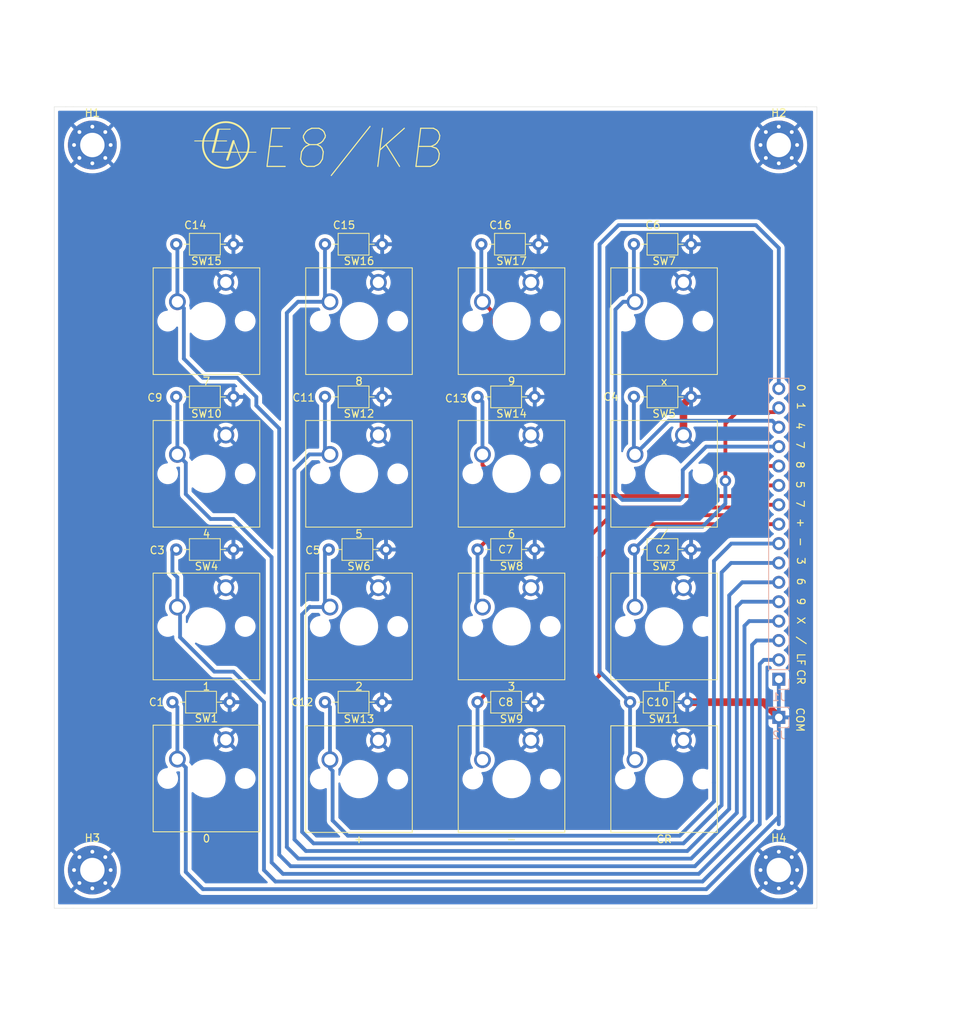
<source format=kicad_pcb>
(kicad_pcb (version 20211014) (generator pcbnew)
  (layers (0 "F.Cu" signal) (31 "B.Cu" signal) (34 "B.Paste" user) (35 "F.Paste" user) (36 "B.SilkS" user "B.Silkscreen") (37 "F.SilkS" user "F.Silkscreen") (38 "B.Mask" user) (39 "F.Mask" user) (44 "Edge.Cuts" user))
  (net 0 "")
  (net 1 "0")
  (net 2 "1")
  (net 3 "4")
  (net 4 "7")
  (net 5 "8")
  (net 6 "5")
  (net 7 "2")
  (net 8 "+")
  (net 9 "-")
  (net 10 "3")
  (net 11 "6")
  (net 12 "9")
  (net 13 "DIV")
  (net 14 "LF")
  (net 15 "CR")
  (net 16 "X")
  (net 17 "COM")
  (footprint "Button_Switch_Keyboard:SW_Cherry_MX_1.00u_PCB" (layer "F.Cu") (at 184 103)
    (fp_text reference "SW3" (at -2.54 -2.794) (layer "F.SilkS"))
    (fp_text value "LF" (at -2.54 12.954) (layer "F.SilkS"))
    (pad "" np_thru_hole circle locked (at -7.62 5.08) (size 1.7 1.7) (drill 1.7) (layers *.Cu *.Mask))
    (pad "" np_thru_hole circle locked (at -2.54 5.08) (size 4 4) (drill 4) (layers *.Cu *.Mask))
    (pad "" np_thru_hole circle locked (at 2.54 5.08) (size 1.7 1.7) (drill 1.7) (layers *.Cu *.Mask))
    (pad "1" thru_hole circle locked (at 0 0) (size 2.2 2.2) (drill 1.5) (layers *.Cu *.Mask) (net 17 "COM"))
    (pad "2" thru_hole circle locked (at -6.35 2.54) (size 2.2 2.2) (drill 1.5) (layers *.Cu *.Mask) (net 14 "LF"))
  )
  (footprint "Button_Switch_Keyboard:SW_Cherry_MX_1.00u_PCB" (layer "F.Cu") (at 124 103)
    (fp_text reference "SW4" (at -2.54 -2.794) (layer "F.SilkS"))
    (fp_text value "1" (at -2.54 12.954) (layer "F.SilkS"))
    (pad "" np_thru_hole circle locked (at -2.54 5.08) (size 4 4) (drill 4) (layers *.Cu *.Mask))
    (pad "" np_thru_hole circle locked (at 2.54 5.08) (size 1.7 1.7) (drill 1.7) (layers *.Cu *.Mask))
    (pad "" np_thru_hole circle locked (at -7.62 5.08) (size 1.7 1.7) (drill 1.7) (layers *.Cu *.Mask))
    (pad "1" thru_hole circle locked (at 0 0) (size 2.2 2.2) (drill 1.5) (layers *.Cu *.Mask) (net 17 "COM"))
    (pad "2" thru_hole circle locked (at -6.35 2.54) (size 2.2 2.2) (drill 1.5) (layers *.Cu *.Mask) (net 2 "1"))
  )
  (footprint "Button_Switch_Keyboard:SW_Cherry_MX_1.00u_PCB" (layer "F.Cu") (at 184 83)
    (fp_text reference "SW5" (at -2.54 -2.794) (layer "F.SilkS"))
    (fp_text value "/" (at -2.54 12.954) (layer "F.SilkS"))
    (pad "" np_thru_hole circle locked (at -2.54 5.08) (size 4 4) (drill 4) (layers *.Cu *.Mask))
    (pad "" np_thru_hole circle locked (at -7.62 5.08) (size 1.7 1.7) (drill 1.7) (layers *.Cu *.Mask))
    (pad "" np_thru_hole circle locked (at 2.54 5.08) (size 1.7 1.7) (drill 1.7) (layers *.Cu *.Mask))
    (pad "1" thru_hole circle locked (at 0 0) (size 2.2 2.2) (drill 1.5) (layers *.Cu *.Mask) (net 17 "COM"))
    (pad "2" thru_hole circle locked (at -6.35 2.54) (size 2.2 2.2) (drill 1.5) (layers *.Cu *.Mask) (net 13 "DIV"))
  )
  (footprint "Button_Switch_Keyboard:SW_Cherry_MX_1.00u_PCB" (layer "F.Cu") (at 144 103)
    (fp_text reference "SW6" (at -2.54 -2.794) (layer "F.SilkS"))
    (fp_text value "2" (at -2.54 12.954) (layer "F.SilkS"))
    (pad "" np_thru_hole circle locked (at 2.54 5.08) (size 1.7 1.7) (drill 1.7) (layers *.Cu *.Mask))
    (pad "" np_thru_hole circle locked (at -2.54 5.08) (size 4 4) (drill 4) (layers *.Cu *.Mask))
    (pad "" np_thru_hole circle locked (at -7.62 5.08) (size 1.7 1.7) (drill 1.7) (layers *.Cu *.Mask))
    (pad "1" thru_hole circle locked (at 0 0) (size 2.2 2.2) (drill 1.5) (layers *.Cu *.Mask) (net 17 "COM"))
    (pad "2" thru_hole circle locked (at -6.35 2.54) (size 2.2 2.2) (drill 1.5) (layers *.Cu *.Mask) (net 7 "2"))
  )
  (footprint "Button_Switch_Keyboard:SW_Cherry_MX_1.00u_PCB" (layer "F.Cu") (at 184 63)
    (fp_text reference "SW7" (at -2.54 -2.794) (layer "F.SilkS"))
    (fp_text value "x" (at -2.54 12.954) (layer "F.SilkS"))
    (pad "" np_thru_hole circle locked (at -2.54 5.08) (size 4 4) (drill 4) (layers *.Cu *.Mask))
    (pad "" np_thru_hole circle locked (at -7.62 5.08) (size 1.7 1.7) (drill 1.7) (layers *.Cu *.Mask))
    (pad "" np_thru_hole circle locked (at 2.54 5.08) (size 1.7 1.7) (drill 1.7) (layers *.Cu *.Mask))
    (pad "1" thru_hole circle locked (at 0 0) (size 2.2 2.2) (drill 1.5) (layers *.Cu *.Mask) (net 17 "COM"))
    (pad "2" thru_hole circle locked (at -6.35 2.54) (size 2.2 2.2) (drill 1.5) (layers *.Cu *.Mask) (net 16 "X"))
  )
  (footprint "Button_Switch_Keyboard:SW_Cherry_MX_1.00u_PCB" (layer "F.Cu") (at 164 103)
    (fp_text reference "SW8" (at -2.54 -2.794) (layer "F.SilkS"))
    (fp_text value "3" (at -2.54 12.954) (layer "F.SilkS"))
    (pad "" np_thru_hole circle locked (at -7.62 5.08) (size 1.7 1.7) (drill 1.7) (layers *.Cu *.Mask))
    (pad "" np_thru_hole circle locked (at 2.54 5.08) (size 1.7 1.7) (drill 1.7) (layers *.Cu *.Mask))
    (pad "" np_thru_hole circle locked (at -2.54 5.08) (size 4 4) (drill 4) (layers *.Cu *.Mask))
    (pad "1" thru_hole circle locked (at 0 0) (size 2.2 2.2) (drill 1.5) (layers *.Cu *.Mask) (net 17 "COM"))
    (pad "2" thru_hole circle locked (at -6.35 2.54) (size 2.2 2.2) (drill 1.5) (layers *.Cu *.Mask) (net 10 "3"))
  )
  (footprint "Button_Switch_Keyboard:SW_Cherry_MX_1.00u_PCB" (layer "F.Cu") (at 164 123)
    (fp_text reference "SW9" (at -2.54 -2.794) (layer "F.SilkS"))
    (fp_text value "-" (at -2.54 12.954) (layer "F.SilkS"))
    (pad "" np_thru_hole circle locked (at 2.54 5.08) (size 1.7 1.7) (drill 1.7) (layers *.Cu *.Mask))
    (pad "" np_thru_hole circle locked (at -2.54 5.08) (size 4 4) (drill 4) (layers *.Cu *.Mask))
    (pad "" np_thru_hole circle locked (at -7.62 5.08) (size 1.7 1.7) (drill 1.7) (layers *.Cu *.Mask))
    (pad "1" thru_hole circle locked (at 0 0) (size 2.2 2.2) (drill 1.5) (layers *.Cu *.Mask) (net 17 "COM"))
    (pad "2" thru_hole circle locked (at -6.35 2.54) (size 2.2 2.2) (drill 1.5) (layers *.Cu *.Mask) (net 9 "-"))
  )
  (footprint "Button_Switch_Keyboard:SW_Cherry_MX_1.00u_PCB" (layer "F.Cu") (at 124 83)
    (fp_text reference "SW10" (at -2.54 -2.794) (layer "F.SilkS"))
    (fp_text value "4" (at -2.54 12.954) (layer "F.SilkS"))
    (pad "" np_thru_hole circle locked (at -7.62 5.08) (size 1.7 1.7) (drill 1.7) (layers *.Cu *.Mask))
    (pad "" np_thru_hole circle locked (at 2.54 5.08) (size 1.7 1.7) (drill 1.7) (layers *.Cu *.Mask))
    (pad "" np_thru_hole circle locked (at -2.54 5.08) (size 4 4) (drill 4) (layers *.Cu *.Mask))
    (pad "1" thru_hole circle locked (at 0 0) (size 2.2 2.2) (drill 1.5) (layers *.Cu *.Mask) (net 17 "COM"))
    (pad "2" thru_hole circle locked (at -6.35 2.54) (size 2.2 2.2) (drill 1.5) (layers *.Cu *.Mask) (net 3 "4"))
  )
  (footprint "Button_Switch_Keyboard:SW_Cherry_MX_1.00u_PCB" (layer "F.Cu") (at 184 123)
    (fp_text reference "SW11" (at -2.54 -2.794) (layer "F.SilkS"))
    (fp_text value "CR" (at -2.54 12.954) (layer "F.SilkS"))
    (pad "" np_thru_hole circle locked (at 2.54 5.08) (size 1.7 1.7) (drill 1.7) (layers *.Cu *.Mask))
    (pad "" np_thru_hole circle locked (at -2.54 5.08) (size 4 4) (drill 4) (layers *.Cu *.Mask))
    (pad "" np_thru_hole circle locked (at -7.62 5.08) (size 1.7 1.7) (drill 1.7) (layers *.Cu *.Mask))
    (pad "1" thru_hole circle locked (at 0 0) (size 2.2 2.2) (drill 1.5) (layers *.Cu *.Mask) (net 17 "COM"))
    (pad "2" thru_hole circle locked (at -6.35 2.54) (size 2.2 2.2) (drill 1.5) (layers *.Cu *.Mask) (net 15 "CR"))
  )
  (footprint "Button_Switch_Keyboard:SW_Cherry_MX_1.00u_PCB" (layer "F.Cu") (at 144 83)
    (fp_text reference "SW12" (at -2.54 -2.794) (layer "F.SilkS"))
    (fp_text value "5" (at -2.54 12.954) (layer "F.SilkS"))
    (pad "" np_thru_hole circle locked (at -2.54 5.08) (size 4 4) (drill 4) (layers *.Cu *.Mask))
    (pad "" np_thru_hole circle locked (at 2.54 5.08) (size 1.7 1.7) (drill 1.7) (layers *.Cu *.Mask))
    (pad "" np_thru_hole circle locked (at -7.62 5.08) (size 1.7 1.7) (drill 1.7) (layers *.Cu *.Mask))
    (pad "1" thru_hole circle locked (at 0 0) (size 2.2 2.2) (drill 1.5) (layers *.Cu *.Mask) (net 17 "COM"))
    (pad "2" thru_hole circle locked (at -6.35 2.54) (size 2.2 2.2) (drill 1.5) (layers *.Cu *.Mask) (net 6 "5"))
  )
  (footprint "Button_Switch_Keyboard:SW_Cherry_MX_1.00u_PCB" (layer "F.Cu") (at 144 123)
    (fp_text reference "SW13" (at -2.54 -2.794) (layer "F.SilkS"))
    (fp_text value "+" (at -2.54 12.954) (layer "F.SilkS"))
    (pad "" np_thru_hole circle locked (at 2.54 5.08) (size 1.7 1.7) (drill 1.7) (layers *.Cu *.Mask))
    (pad "" np_thru_hole circle locked (at -7.62 5.08) (size 1.7 1.7) (drill 1.7) (layers *.Cu *.Mask))
    (pad "" np_thru_hole circle locked (at -2.54 5.08) (size 4 4) (drill 4) (layers *.Cu *.Mask))
    (pad "1" thru_hole circle locked (at 0 0) (size 2.2 2.2) (drill 1.5) (layers *.Cu *.Mask) (net 17 "COM"))
    (pad "2" thru_hole circle locked (at -6.35 2.54) (size 2.2 2.2) (drill 1.5) (layers *.Cu *.Mask) (net 8 "+"))
  )
  (footprint "Button_Switch_Keyboard:SW_Cherry_MX_1.00u_PCB" (layer "F.Cu") (at 164 83)
    (fp_text reference "SW14" (at -2.54 -2.794) (layer "F.SilkS"))
    (fp_text value "6" (at -2.54 12.954) (layer "F.SilkS"))
    (pad "" np_thru_hole circle locked (at -7.62 5.08) (size 1.7 1.7) (drill 1.7) (layers *.Cu *.Mask))
    (pad "" np_thru_hole circle locked (at -2.54 5.08) (size 4 4) (drill 4) (layers *.Cu *.Mask))
    (pad "" np_thru_hole circle locked (at 2.54 5.08) (size 1.7 1.7) (drill 1.7) (layers *.Cu *.Mask))
    (pad "1" thru_hole circle locked (at 0 0) (size 2.2 2.2) (drill 1.5) (layers *.Cu *.Mask) (net 17 "COM"))
    (pad "2" thru_hole circle locked (at -6.35 2.54) (size 2.2 2.2) (drill 1.5) (layers *.Cu *.Mask) (net 11 "6"))
  )
  (footprint "Button_Switch_Keyboard:SW_Cherry_MX_1.00u_PCB" (layer "F.Cu") (at 124 63)
    (fp_text reference "SW15" (at -2.54 -2.794) (layer "F.SilkS"))
    (fp_text value "7" (at -2.54 12.954) (layer "F.SilkS"))
    (pad "" np_thru_hole circle locked (at 2.54 5.08) (size 1.7 1.7) (drill 1.7) (layers *.Cu *.Mask))
    (pad "" np_thru_hole circle locked (at -2.54 5.08) (size 4 4) (drill 4) (layers *.Cu *.Mask))
    (pad "" np_thru_hole circle locked (at -7.62 5.08) (size 1.7 1.7) (drill 1.7) (layers *.Cu *.Mask))
    (pad "1" thru_hole circle locked (at 0 0) (size 2.2 2.2) (drill 1.5) (layers *.Cu *.Mask) (net 17 "COM"))
    (pad "2" thru_hole circle locked (at -6.35 2.54) (size 2.2 2.2) (drill 1.5) (layers *.Cu *.Mask) (net 4 "7"))
  )
  (footprint "Button_Switch_Keyboard:SW_Cherry_MX_1.00u_PCB" (layer "F.Cu") (at 144 63)
    (fp_text reference "SW16" (at -2.54 -2.794) (layer "F.SilkS"))
    (fp_text value "8" (at -2.54 12.954) (layer "F.SilkS"))
    (pad "" np_thru_hole circle locked (at -7.62 5.08) (size 1.7 1.7) (drill 1.7) (layers *.Cu *.Mask))
    (pad "" np_thru_hole circle locked (at -2.54 5.08) (size 4 4) (drill 4) (layers *.Cu *.Mask))
    (pad "" np_thru_hole circle locked (at 2.54 5.08) (size 1.7 1.7) (drill 1.7) (layers *.Cu *.Mask))
    (pad "1" thru_hole circle locked (at 0 0) (size 2.2 2.2) (drill 1.5) (layers *.Cu *.Mask) (net 17 "COM"))
    (pad "2" thru_hole circle locked (at -6.35 2.54) (size 2.2 2.2) (drill 1.5) (layers *.Cu *.Mask) (net 5 "8"))
  )
  (footprint "Button_Switch_Keyboard:SW_Cherry_MX_1.00u_PCB" (layer "F.Cu") (at 164 63)
    (fp_text reference "SW17" (at -2.54 -2.794) (layer "F.SilkS"))
    (fp_text value "9" (at -2.54 12.954) (layer "F.SilkS"))
    (pad "" np_thru_hole circle locked (at -2.54 5.08) (size 4 4) (drill 4) (layers *.Cu *.Mask))
    (pad "" np_thru_hole circle locked (at -7.62 5.08) (size 1.7 1.7) (drill 1.7) (layers *.Cu *.Mask))
    (pad "" np_thru_hole circle locked (at 2.54 5.08) (size 1.7 1.7) (drill 1.7) (layers *.Cu *.Mask))
    (pad "1" thru_hole circle locked (at 0 0) (size 2.2 2.2) (drill 1.5) (layers *.Cu *.Mask) (net 17 "COM"))
    (pad "2" thru_hole circle locked (at -6.35 2.54) (size 2.2 2.2) (drill 1.5) (layers *.Cu *.Mask) (net 12 "9"))
  )
  (footprint "Button_Switch_Keyboard:SW_Cherry_MX_1.00u_PCB" (layer "F.Cu") (at 124 122.92)
    (fp_text reference "SW1" (at -2.54 -2.794) (layer "F.SilkS"))
    (fp_text value "0" (at -2.54 12.954) (layer "F.SilkS"))
    (pad "" np_thru_hole circle locked (at -2.54 5.08) (size 4 4) (drill 4) (layers *.Cu *.Mask))
    (pad "" np_thru_hole circle locked (at 2.54 5.08) (size 1.7 1.7) (drill 1.7) (layers *.Cu *.Mask))
    (pad "" np_thru_hole circle locked (at -7.62 5.08) (size 1.7 1.7) (drill 1.7) (layers *.Cu *.Mask))
    (pad "1" thru_hole circle locked (at 0 0) (size 2.2 2.2) (drill 1.5) (layers *.Cu *.Mask) (net 17 "COM"))
    (pad "2" thru_hole circle locked (at -6.35 2.54) (size 2.2 2.2) (drill 1.5) (layers *.Cu *.Mask) (net 1 "0"))
  )
  (footprint "Capacitor_THT:C_Axial_L3.8mm_D2.6mm_P7.50mm_Horizontal" (layer "F.Cu") (at 177.5 98)
    (fp_text reference "C2" (at 3.8 0) (layer "F.SilkS"))
    (fp_text value "10nF")
    (pad "1" thru_hole circle locked (at 0 0) (size 1.6 1.6) (drill 0.8) (layers *.Cu *.Mask) (net 14 "LF"))
    (pad "2" thru_hole oval locked (at 7.5 0) (size 1.6 1.6) (drill 0.8) (layers *.Cu *.Mask) (net 17 "COM"))
  )
  (footprint "Capacitor_THT:C_Axial_L3.8mm_D2.6mm_P7.50mm_Horizontal" (layer "F.Cu") (at 117.5 98)
    (fp_text reference "C3" (at -2.5 0.1) (layer "F.SilkS"))
    (fp_text value "C_Small")
    (pad "1" thru_hole circle locked (at 0 0) (size 1.6 1.6) (drill 0.8) (layers *.Cu *.Mask) (net 2 "1"))
    (pad "2" thru_hole oval locked (at 7.5 0) (size 1.6 1.6) (drill 0.8) (layers *.Cu *.Mask) (net 17 "COM"))
  )
  (footprint "Capacitor_THT:C_Axial_L3.8mm_D2.6mm_P7.50mm_Horizontal" (layer "F.Cu") (at 177.5 78)
    (fp_text reference "C4" (at -3 0) (layer "F.SilkS"))
    (fp_text value "C_Small")
    (pad "1" thru_hole circle locked (at 0 0) (size 1.6 1.6) (drill 0.8) (layers *.Cu *.Mask) (net 13 "DIV"))
    (pad "2" thru_hole oval locked (at 7.5 0) (size 1.6 1.6) (drill 0.8) (layers *.Cu *.Mask) (net 17 "COM"))
  )
  (footprint "Capacitor_THT:C_Axial_L3.8mm_D2.6mm_P7.50mm_Horizontal" (layer "F.Cu") (at 137.5 98)
    (fp_text reference "C5" (at -2.1 0.1) (layer "F.SilkS"))
    (fp_text value "C_Small")
    (pad "1" thru_hole circle locked (at 0 0) (size 1.6 1.6) (drill 0.8) (layers *.Cu *.Mask) (net 7 "2"))
    (pad "2" thru_hole oval locked (at 7.5 0) (size 1.6 1.6) (drill 0.8) (layers *.Cu *.Mask) (net 17 "COM"))
  )
  (footprint "Capacitor_THT:C_Axial_L3.8mm_D2.6mm_P7.50mm_Horizontal" (layer "F.Cu") (at 177.5 58)
    (fp_text reference "C6" (at 2.5 -2.5) (layer "F.SilkS"))
    (fp_text value "C_Small")
    (pad "1" thru_hole circle locked (at 0 0) (size 1.6 1.6) (drill 0.8) (layers *.Cu *.Mask) (net 16 "X"))
    (pad "2" thru_hole oval locked (at 7.5 0) (size 1.6 1.6) (drill 0.8) (layers *.Cu *.Mask) (net 17 "COM"))
  )
  (footprint "Capacitor_THT:C_Axial_L3.8mm_D2.6mm_P7.50mm_Horizontal" (layer "F.Cu") (at 157 98)
    (fp_text reference "C7" (at 3.7 0) (layer "F.SilkS"))
    (fp_text value "C_Small")
    (pad "1" thru_hole circle locked (at 0 0) (size 1.6 1.6) (drill 0.8) (layers *.Cu *.Mask) (net 10 "3"))
    (pad "2" thru_hole oval locked (at 7.5 0) (size 1.6 1.6) (drill 0.8) (layers *.Cu *.Mask) (net 17 "COM"))
  )
  (footprint "Capacitor_THT:C_Axial_L3.8mm_D2.6mm_P7.50mm_Horizontal" (layer "F.Cu") (at 157 118)
    (fp_text reference "C8" (at 3.7 0) (layer "F.SilkS"))
    (fp_text value "C_Small")
    (pad "1" thru_hole circle locked (at 0 0) (size 1.6 1.6) (drill 0.8) (layers *.Cu *.Mask) (net 9 "-"))
    (pad "2" thru_hole oval locked (at 7.5 0) (size 1.6 1.6) (drill 0.8) (layers *.Cu *.Mask) (net 17 "COM"))
  )
  (footprint "Capacitor_THT:C_Axial_L3.8mm_D2.6mm_P7.50mm_Horizontal" (layer "F.Cu") (at 117.5 78)
    (fp_text reference "C9" (at -2.8 0.1) (layer "F.SilkS"))
    (fp_text value "C_Small")
    (pad "1" thru_hole circle locked (at 0 0) (size 1.6 1.6) (drill 0.8) (layers *.Cu *.Mask) (net 3 "4"))
    (pad "2" thru_hole oval locked (at 7.5 0) (size 1.6 1.6) (drill 0.8) (layers *.Cu *.Mask) (net 17 "COM"))
  )
  (footprint "Capacitor_THT:C_Axial_L3.8mm_D2.6mm_P7.50mm_Horizontal" (layer "F.Cu") (at 177 118)
    (fp_text reference "C10" (at 3.6 0) (layer "F.SilkS"))
    (fp_text value "C_Small")
    (pad "1" thru_hole circle locked (at 0 0) (size 1.6 1.6) (drill 0.8) (layers *.Cu *.Mask) (net 15 "CR"))
    (pad "2" thru_hole oval locked (at 7.5 0) (size 1.6 1.6) (drill 0.8) (layers *.Cu *.Mask) (net 17 "COM"))
  )
  (footprint "Capacitor_THT:C_Axial_L3.8mm_D2.6mm_P7.50mm_Horizontal" (layer "F.Cu") (at 137 78)
    (fp_text reference "C11" (at -2.8 0.1) (layer "F.SilkS"))
    (fp_text value "C_Small")
    (pad "1" thru_hole circle locked (at 0 0) (size 1.6 1.6) (drill 0.8) (layers *.Cu *.Mask) (net 6 "5"))
    (pad "2" thru_hole oval locked (at 7.5 0) (size 1.6 1.6) (drill 0.8) (layers *.Cu *.Mask) (net 17 "COM"))
  )
  (footprint "Capacitor_THT:C_Axial_L3.8mm_D2.6mm_P7.50mm_Horizontal" (layer "F.Cu") (at 137 118)
    (fp_text reference "C12" (at -3 0) (layer "F.SilkS"))
    (fp_text value "C_Small")
    (pad "1" thru_hole circle locked (at 0 0) (size 1.6 1.6) (drill 0.8) (layers *.Cu *.Mask) (net 8 "+"))
    (pad "2" thru_hole oval locked (at 7.5 0) (size 1.6 1.6) (drill 0.8) (layers *.Cu *.Mask) (net 17 "COM"))
  )
  (footprint "Capacitor_THT:C_Axial_L3.8mm_D2.6mm_P7.50mm_Horizontal" (layer "F.Cu") (at 157 78)
    (fp_text reference "C13" (at -2.8 0.2) (layer "F.SilkS"))
    (fp_text value "C_Small")
    (pad "1" thru_hole circle locked (at 0 0) (size 1.6 1.6) (drill 0.8) (layers *.Cu *.Mask) (net 11 "6"))
    (pad "2" thru_hole oval locked (at 7.5 0) (size 1.6 1.6) (drill 0.8) (layers *.Cu *.Mask) (net 17 "COM"))
  )
  (footprint "Capacitor_THT:C_Axial_L3.8mm_D2.6mm_P7.50mm_Horizontal" (layer "F.Cu") (at 137 58)
    (fp_text reference "C15" (at 2.5 -2.5) (layer "F.SilkS"))
    (fp_text value "C_Small")
    (pad "1" thru_hole circle locked (at 0 0) (size 1.6 1.6) (drill 0.8) (layers *.Cu *.Mask) (net 5 "8"))
    (pad "2" thru_hole oval locked (at 7.5 0) (size 1.6 1.6) (drill 0.8) (layers *.Cu *.Mask) (net 17 "COM"))
  )
  (footprint "Capacitor_THT:C_Axial_L3.8mm_D2.6mm_P7.50mm_Horizontal" (layer "F.Cu") (at 157.5 58)
    (fp_text reference "C16" (at 2.5 -2.5) (layer "F.SilkS"))
    (fp_text value "C_Small")
    (pad "1" thru_hole circle locked (at 0 0) (size 1.6 1.6) (drill 0.8) (layers *.Cu *.Mask) (net 12 "9"))
    (pad "2" thru_hole oval locked (at 7.5 0) (size 1.6 1.6) (drill 0.8) (layers *.Cu *.Mask) (net 17 "COM"))
  )
  (footprint "MountingHole:MountingHole_3.2mm_M3_Pad_Via" (layer "F.Cu") (at 196.5 45)
    (fp_text reference "H2" (at 0 -4.2) (layer "F.SilkS"))
    (fp_text value "MountingHole_Pad")
    (pad "1" thru_hole circle locked (at -2.4 0) (size 0.8 0.8) (drill 0.5) (layers *.Cu *.Mask) (net 17 "COM"))
    (pad "1" thru_hole circle locked (at -1.697056 -1.697056) (size 0.8 0.8) (drill 0.5) (layers *.Cu *.Mask) (net 17 "COM"))
    (pad "1" thru_hole circle locked (at 0 0) (size 6.4 6.4) (drill 3.2) (layers *.Cu *.Mask) (net 17 "COM"))
    (pad "1" thru_hole circle locked (at -1.697056 1.697056) (size 0.8 0.8) (drill 0.5) (layers *.Cu *.Mask) (net 17 "COM"))
    (pad "1" thru_hole circle locked (at 2.4 0) (size 0.8 0.8) (drill 0.5) (layers *.Cu *.Mask) (net 17 "COM"))
    (pad "1" thru_hole circle locked (at 0 2.4) (size 0.8 0.8) (drill 0.5) (layers *.Cu *.Mask) (net 17 "COM"))
    (pad "1" thru_hole circle locked (at 0 -2.4) (size 0.8 0.8) (drill 0.5) (layers *.Cu *.Mask) (net 17 "COM"))
    (pad "1" thru_hole circle locked (at 1.697056 1.697056) (size 0.8 0.8) (drill 0.5) (layers *.Cu *.Mask) (net 17 "COM"))
    (pad "1" thru_hole circle locked (at 1.697056 -1.697056) (size 0.8 0.8) (drill 0.5) (layers *.Cu *.Mask) (net 17 "COM"))
  )
  (footprint "MountingHole:MountingHole_3.2mm_M3_Pad_Via" (layer "F.Cu") (at 196.5 140)
    (fp_text reference "H4" (at 0 -4.2) (layer "F.SilkS"))
    (fp_text value "MountingHole_Pad")
    (pad "1" thru_hole circle locked (at 0 -2.4) (size 0.8 0.8) (drill 0.5) (layers *.Cu *.Mask) (net 17 "COM"))
    (pad "1" thru_hole circle locked (at 0 2.4) (size 0.8 0.8) (drill 0.5) (layers *.Cu *.Mask) (net 17 "COM"))
    (pad "1" thru_hole circle locked (at -1.697056 -1.697056) (size 0.8 0.8) (drill 0.5) (layers *.Cu *.Mask) (net 17 "COM"))
    (pad "1" thru_hole circle locked (at 1.697056 1.697056) (size 0.8 0.8) (drill 0.5) (layers *.Cu *.Mask) (net 17 "COM"))
    (pad "1" thru_hole circle locked (at 1.697056 -1.697056) (size 0.8 0.8) (drill 0.5) (layers *.Cu *.Mask) (net 17 "COM"))
    (pad "1" thru_hole circle locked (at -1.697056 1.697056) (size 0.8 0.8) (drill 0.5) (layers *.Cu *.Mask) (net 17 "COM"))
    (pad "1" thru_hole circle locked (at 0 0) (size 6.4 6.4) (drill 3.2) (layers *.Cu *.Mask) (net 17 "COM"))
    (pad "1" thru_hole circle locked (at -2.4 0) (size 0.8 0.8) (drill 0.5) (layers *.Cu *.Mask) (net 17 "COM"))
    (pad "1" thru_hole circle locked (at 2.4 0) (size 0.8 0.8) (drill 0.5) (layers *.Cu *.Mask) (net 17 "COM"))
  )
  (footprint "Capacitor_THT:C_Axial_L3.8mm_D2.6mm_P7.50mm_Horizontal" (layer "F.Cu") (at 117 118)
    (fp_text reference "C1" (at -2.1 0) (layer "F.SilkS"))
    (fp_text value "C_Small")
    (pad "1" thru_hole circle locked (at 0 0) (size 1.6 1.6) (drill 0.8) (layers *.Cu *.Mask) (net 1 "0"))
    (pad "2" thru_hole oval locked (at 7.5 0) (size 1.6 1.6) (drill 0.8) (layers *.Cu *.Mask) (net 17 "COM"))
  )
  (footprint "Capacitor_THT:C_Axial_L3.8mm_D2.6mm_P7.50mm_Horizontal" (layer "F.Cu") (at 117.5 58)
    (fp_text reference "C14" (at 2.5 -2.5) (layer "F.SilkS"))
    (fp_text value "C_Small")
    (pad "1" thru_hole circle locked (at 0 0) (size 1.6 1.6) (drill 0.8) (layers *.Cu *.Mask) (net 4 "7"))
    (pad "2" thru_hole oval locked (at 7.5 0) (size 1.6 1.6) (drill 0.8) (layers *.Cu *.Mask) (net 17 "COM"))
  )
  (footprint "MountingHole:MountingHole_3.2mm_M3_Pad_Via" (layer "F.Cu") (at 106.5 45)
    (fp_text reference "H1" (at 0 -4.2) (layer "F.SilkS"))
    (fp_text value "MountingHole_Pad")
    (pad "1" thru_hole circle locked (at 0 0) (size 6.4 6.4) (drill 3.2) (layers *.Cu *.Mask) (net 17 "COM"))
    (pad "1" thru_hole circle locked (at -1.697056 1.697056) (size 0.8 0.8) (drill 0.5) (layers *.Cu *.Mask) (net 17 "COM"))
    (pad "1" thru_hole circle locked (at 2.4 0) (size 0.8 0.8) (drill 0.5) (layers *.Cu *.Mask) (net 17 "COM"))
    (pad "1" thru_hole circle locked (at 1.697056 1.697056) (size 0.8 0.8) (drill 0.5) (layers *.Cu *.Mask) (net 17 "COM"))
    (pad "1" thru_hole circle locked (at -2.4 0) (size 0.8 0.8) (drill 0.5) (layers *.Cu *.Mask) (net 17 "COM"))
    (pad "1" thru_hole circle locked (at -1.697056 -1.697056) (size 0.8 0.8) (drill 0.5) (layers *.Cu *.Mask) (net 17 "COM"))
    (pad "1" thru_hole circle locked (at 1.697056 -1.697056) (size 0.8 0.8) (drill 0.5) (layers *.Cu *.Mask) (net 17 "COM"))
    (pad "1" thru_hole circle locked (at 0 -2.4) (size 0.8 0.8) (drill 0.5) (layers *.Cu *.Mask) (net 17 "COM"))
    (pad "1" thru_hole circle locked (at 0 2.4) (size 0.8 0.8) (drill 0.5) (layers *.Cu *.Mask) (net 17 "COM"))
  )
  (footprint "EDUC-8:EA_Symbol" (layer "F.Cu") (at 124 45)
    (fp_text reference "REF**" hide)
    (fp_text value "EA_Symbol" hide)
  )
  (footprint "MountingHole:MountingHole_3.2mm_M3_Pad_Via" (layer "F.Cu") (at 106.5 140)
    (fp_text reference "H3" (at 0 -4.2) (layer "F.SilkS"))
    (fp_text value "MountingHole_Pad")
    (pad "1" thru_hole circle locked (at 1.697056 -1.697056) (size 0.8 0.8) (drill 0.5) (layers *.Cu *.Mask) (net 17 "COM"))
    (pad "1" thru_hole circle locked (at 0 -2.4) (size 0.8 0.8) (drill 0.5) (layers *.Cu *.Mask) (net 17 "COM"))
    (pad "1" thru_hole circle locked (at -1.697056 1.697056) (size 0.8 0.8) (drill 0.5) (layers *.Cu *.Mask) (net 17 "COM"))
    (pad "1" thru_hole circle locked (at -1.697056 -1.697056) (size 0.8 0.8) (drill 0.5) (layers *.Cu *.Mask) (net 17 "COM"))
    (pad "1" thru_hole circle locked (at -2.4 0) (size 0.8 0.8) (drill 0.5) (layers *.Cu *.Mask) (net 17 "COM"))
    (pad "1" thru_hole circle locked (at 0 0) (size 6.4 6.4) (drill 3.2) (layers *.Cu *.Mask) (net 17 "COM"))
    (pad "1" thru_hole circle locked (at 2.4 0) (size 0.8 0.8) (drill 0.5) (layers *.Cu *.Mask) (net 17 "COM"))
    (pad "1" thru_hole circle locked (at 1.697056 1.697056) (size 0.8 0.8) (drill 0.5) (layers *.Cu *.Mask) (net 17 "COM"))
    (pad "1" thru_hole circle locked (at 0 2.4) (size 0.8 0.8) (drill 0.5) (layers *.Cu *.Mask) (net 17 "COM"))
  )
  (footprint "Connector_PinSocket_2.54mm:PinSocket_1x16_P2.54mm_Vertical" (layer "B.Cu") (at 196.5 115)
    (fp_text reference "J1" (at 0 2.33 180) (layer "B.SilkS") (effects (justify mirror)))
    (fp_text value "Conn_01x16_Male")
    (pad "1" thru_hole rect locked (at 0 0) (size 1.7 1.7) (drill 1) (layers *.Cu *.Mask) (net 1 "0"))
    (pad "2" thru_hole oval locked (at 0 -2.54) (size 1.7 1.7) (drill 1) (layers *.Cu *.Mask) (net 2 "1"))
    (pad "3" thru_hole oval locked (at 0 -5.08) (size 1.7 1.7) (drill 1) (layers *.Cu *.Mask) (net 3 "4"))
    (pad "4" thru_hole oval locked (at 0 -7.62) (size 1.7 1.7) (drill 1) (layers *.Cu *.Mask) (net 4 "7"))
    (pad "5" thru_hole oval locked (at 0 -10.16) (size 1.7 1.7) (drill 1) (layers *.Cu *.Mask) (net 5 "8"))
    (pad "6" thru_hole oval locked (at 0 -12.7) (size 1.7 1.7) (drill 1) (layers *.Cu *.Mask) (net 6 "5"))
    (pad "7" thru_hole oval locked (at 0 -15.24) (size 1.7 1.7) (drill 1) (layers *.Cu *.Mask) (net 7 "2"))
    (pad "8" thru_hole oval locked (at 0 -17.78) (size 1.7 1.7) (drill 1) (layers *.Cu *.Mask) (net 8 "+"))
    (pad "9" thru_hole oval locked (at 0 -20.32) (size 1.7 1.7) (drill 1) (layers *.Cu *.Mask) (net 9 "-"))
    (pad "10" thru_hole oval locked (at 0 -22.86) (size 1.7 1.7) (drill 1) (layers *.Cu *.Mask) (net 10 "3"))
    (pad "11" thru_hole oval locked (at 0 -25.4) (size 1.7 1.7) (drill 1) (layers *.Cu *.Mask) (net 11 "6"))
    (pad "12" thru_hole oval locked (at 0 -27.94) (size 1.7 1.7) (drill 1) (layers *.Cu *.Mask) (net 12 "9"))
    (pad "13" thru_hole oval locked (at 0 -30.48) (size 1.7 1.7) (drill 1) (layers *.Cu *.Mask) (net 16 "X"))
    (pad "14" thru_hole oval locked (at 0 -33.02) (size 1.7 1.7) (drill 1) (layers *.Cu *.Mask) (net 13 "DIV"))
    (pad "15" thru_hole oval locked (at 0 -35.56) (size 1.7 1.7) (drill 1) (layers *.Cu *.Mask) (net 14 "LF"))
    (pad "16" thru_hole oval locked (at 0 -38.1) (size 1.7 1.7) (drill 1) (layers *.Cu *.Mask) (net 15 "CR"))
  )
  (footprint "Connector_PinSocket_2.54mm:PinSocket_1x01_P2.54mm_Vertical" (layer "B.Cu") (at 196.5 120)
    (fp_text reference "J2" (at 0 2.33) (layer "B.SilkS") (effects (justify mirror)))
    (fp_text value "Conn_01x01_Female")
    (pad "1" thru_hole rect locked (at 0 0) (size 1.7 1.7) (drill 1) (layers *.Cu *.Mask) (net 17 "COM"))
  )
  (gr_line (start 104 145) (end 200 145) (layer "Edge.Cuts") (width 0.05))
  (gr_line (start 103 40) (end 104 40) (layer "Edge.Cuts") (width 0.05))
  (gr_line (start 201.5 145) (end 200 145) (layer "Edge.Cuts") (width 0.05))
  (gr_line (start 101.5 145) (end 103 145) (layer "Edge.Cuts") (width 0.05))
  (gr_line (start 200 40) (end 104 40) (layer "Edge.Cuts") (width 0.05))
  (gr_line (start 104 145) (end 103 145) (layer "Edge.Cuts") (width 0.05))
  (gr_line (start 200 40) (end 201.5 40) (layer "Edge.Cuts") (width 0.05))
  (gr_line (start 201.5 40) (end 201.5 145) (layer "Edge.Cuts") (width 0.05))
  (gr_line (start 103 40) (end 101.5 40) (layer "Edge.Cuts") (width 0.05))
  (gr_line (start 101.5 40) (end 101.5 145) (layer "Edge.Cuts") (width 0.05))
  (gr_text "7" (at 199.3 92 270) (layer "F.SilkS") (effects (font (size 1 1))))
  (gr_text "X" (at 199.4 107.3 270) (layer "F.SilkS") (effects (font (size 1 1))))
  (gr_text "5" (at 199.3 89.5 270) (layer "F.SilkS") (effects (font (size 1 1))))
  (gr_text "/" (at 199.5 109.9 270) (layer "F.SilkS") (effects (font (size 1 1))))
  (gr_text "1" (at 199.4 79.2 270) (layer "F.SilkS") (effects (font (size 1 1))))
  (gr_text "CR" (at 199.4 114.7 270) (layer "F.SilkS") (effects (font (size 1 1))))
  (gr_text "0" (at 199.4 76.8 270) (layer "F.SilkS") (effects (font (size 1 1))))
  (gr_text "7" (at 199.3 84.3 270) (layer "F.SilkS") (effects (font (size 1 1))))
  (gr_text "COM" (at 199.3 120.3 270) (layer "F.SilkS") (effects (font (size 1 1))))
  (gr_text "9" (at 199.4 104.8 270) (layer "F.SilkS") (effects (font (size 1 1))))
  (gr_text "4" (at 199.3 81.8 270) (layer "F.SilkS") (effects (font (size 1 1))))
  (gr_text "E8/KB" (at 140.5 45.5) (layer "F.SilkS") (effects (font (size 5 5) (thickness 0.15) italic)))
  (gr_text "3" (at 199.4 99.5 270) (layer "F.SilkS") (effects (font (size 1 1))))
  (gr_text "+" (at 199.4 94.5 270) (layer "F.SilkS") (effects (font (size 1 1))))
  (gr_text "6" (at 199.4 102.2 270) (layer "F.SilkS") (effects (font (size 1 1))))
  (gr_text "-" (at 199.4 97 270) (layer "F.SilkS") (effects (font (size 1 1))))
  (gr_text "LF" (at 199.4 112.4 270) (layer "F.SilkS") (effects (font (size 1 1))))
  (gr_text "8" (at 199.3 86.9 270) (layer "F.SilkS") (effects (font (size 1 1))))
  (segment (start 121 142.5) (end 187 142.5) (width 0.5) (layer "B.Cu") (net 1))
  (segment (start 187 142.5) (end 196.5 133) (width 0.5) (layer "B.Cu") (net 1))
  (segment (start 118.749999 126.559999) (end 118.749999 140.249999) (width 0.5) (layer "B.Cu") (net 1))
  (segment (start 117.65 118.65) (end 117 118) (width 0.5) (layer "B.Cu") (net 1))
  (segment (start 117.65 125.46) (end 118.749999 126.559999) (width 0.5) (layer "B.Cu") (net 1))
  (segment (start 118.749999 140.249999) (end 121 142.5) (width 0.5) (layer "B.Cu") (net 1))
  (segment (start 196.5 133) (end 196.5 134) (width 0.5) (layer "B.Cu") (net 1))
  (segment (start 117.65 125.46) (end 117.65 118.65) (width 0.5) (layer "B.Cu") (net 1))
  (segment (start 196.5 115) (end 196.5 133) (width 0.5) (layer "B.Cu") (net 1))
  (segment (start 117.65 101.65) (end 117 101) (width 0.5) (layer "B.Cu") (net 2))
  (segment (start 130.5 141.5) (end 129 140) (width 0.5) (layer "B.Cu") (net 2))
  (segment (start 194.54 112.46) (end 194 113) (width 0.5) (layer "B.Cu") (net 2))
  (segment (start 118 109.5) (end 118 105.89) (width 0.5) (layer "B.Cu") (net 2))
  (segment (start 196.5 112.46) (end 194.54 112.46) (width 0.5) (layer "B.Cu") (net 2))
  (segment (start 118 105.89) (end 117.65 105.54) (width 0.5) (layer "B.Cu") (net 2))
  (segment (start 194 134) (end 186.5 141.5) (width 0.5) (layer "B.Cu") (net 2))
  (segment (start 129 140) (end 129 118) (width 0.5) (layer "B.Cu") (net 2))
  (segment (start 194 113) (end 194 134) (width 0.5) (layer "B.Cu") (net 2))
  (segment (start 117.65 105.54) (end 117.65 101.65) (width 0.5) (layer "B.Cu") (net 2))
  (segment (start 117 101) (end 117 98) (width 0.5) (layer "B.Cu") (net 2))
  (segment (start 129 118) (end 125 114) (width 0.5) (layer "B.Cu") (net 2))
  (segment (start 125 114) (end 122.5 114) (width 0.5) (layer "B.Cu") (net 2))
  (segment (start 186.5 141.5) (end 130.5 141.5) (width 0.5) (layer "B.Cu") (net 2))
  (segment (start 122.5 114) (end 118 109.5) (width 0.5) (layer "B.Cu") (net 2))
  (segment (start 186 140.5) (end 131.5 140.5) (width 0.5) (layer "B.Cu") (net 3))
  (segment (start 122 94) (end 118.749999 90.749999) (width 0.5) (layer "B.Cu") (net 3))
  (segment (start 131.5 140.5) (end 130 139) (width 0.5) (layer "B.Cu") (net 3))
  (segment (start 130 99) (end 125 94) (width 0.5) (layer "B.Cu") (net 3))
  (segment (start 118.749999 90.749999) (end 118.749999 86.639999) (width 0.5) (layer "B.Cu") (net 3))
  (segment (start 193 133.5) (end 186 140.5) (width 0.5) (layer "B.Cu") (net 3))
  (segment (start 117.65 78.65) (end 117 78) (width 0.5) (layer "B.Cu") (net 3))
  (segment (start 193.58 109.92) (end 193 110.5) (width 0.5) (layer "B.Cu") (net 3))
  (segment (start 125 94) (end 122 94) (width 0.5) (layer "B.Cu") (net 3))
  (segment (start 193 110.5) (end 193 133.5) (width 0.5) (layer "B.Cu") (net 3))
  (segment (start 117.65 85.54) (end 117.65 78.65) (width 0.5) (layer "B.Cu") (net 3))
  (segment (start 196.5 109.92) (end 193.58 109.92) (width 0.5) (layer "B.Cu") (net 3))
  (segment (start 118.749999 86.639999) (end 117.65 85.54) (width 0.5) (layer "B.Cu") (net 3))
  (segment (start 130 139) (end 130 99) (width 0.5) (layer "B.Cu") (net 3))
  (segment (start 121 75.5) (end 125.5 75.5) (width 0.5) (layer "B.Cu") (net 4))
  (segment (start 131 82.149998) (end 128 79.149998) (width 0.5) (layer "B.Cu") (net 4))
  (segment (start 117.65 65.54) (end 118.5 66.39) (width 0.5) (layer "B.Cu") (net 4))
  (segment (start 131 138) (end 131 82.149998) (width 0.5) (layer "B.Cu") (net 4))
  (segment (start 128 79.149998) (end 128 78) (width 0.5) (layer "B.Cu") (net 4))
  (segment (start 132.5 139.5) (end 131 138) (width 0.5) (layer "B.Cu") (net 4))
  (segment (start 128 78) (end 125.5 75.5) (width 0.5) (layer "B.Cu") (net 4))
  (segment (start 196.5 107.38) (end 192.62 107.38) (width 0.5) (layer "B.Cu") (net 4))
  (segment (start 192 133) (end 185.5 139.5) (width 0.5) (layer "B.Cu") (net 4))
  (segment (start 118.5 66.39) (end 118.5 73) (width 0.5) (layer "B.Cu") (net 4))
  (segment (start 117.65 58.65) (end 117 58) (width 0.5) (layer "B.Cu") (net 4))
  (segment (start 118.5 73) (end 121 75.5) (width 0.5) (layer "B.Cu") (net 4))
  (segment (start 192.62 107.38) (end 192 108) (width 0.5) (layer "B.Cu") (net 4))
  (segment (start 192 108) (end 192 133) (width 0.5) (layer "B.Cu") (net 4))
  (segment (start 117.65 65.54) (end 117.65 58.65) (width 0.5) (layer "B.Cu") (net 4))
  (segment (start 185.5 139.5) (end 132.5 139.5) (width 0.5) (layer "B.Cu") (net 4))
  (segment (start 133.5 138.5) (end 132 137) (width 0.5) (layer "B.Cu") (net 5))
  (segment (start 137 64.89) (end 137.65 65.54) (width 0.5) (layer "B.Cu") (net 5))
  (segment (start 133.46 65.54) (end 137.65 65.54) (width 0.5) (layer "B.Cu") (net 5))
  (segment (start 196.5 104.84) (end 191.66 104.84) (width 0.5) (layer "B.Cu") (net 5))
  (segment (start 132 137) (end 132 67) (width 0.5) (layer "B.Cu") (net 5))
  (segment (start 191 132.5) (end 185 138.5) (width 0.5) (layer "B.Cu") (net 5))
  (segment (start 191.66 104.84) (end 191 105.5) (width 0.5) (layer "B.Cu") (net 5))
  (segment (start 137 58) (end 137 64.89) (width 0.5) (layer "B.Cu") (net 5))
  (segment (start 185 138.5) (end 133.5 138.5) (width 0.5) (layer "B.Cu") (net 5))
  (segment (start 132 67) (end 133.46 65.54) (width 0.5) (layer "B.Cu") (net 5))
  (segment (start 191 105.5) (end 191 132.5) (width 0.5) (layer "B.Cu") (net 5))
  (segment (start 137 78) (end 137 84.89) (width 0.5) (layer "B.Cu") (net 6))
  (segment (start 134.5 137.5) (end 133 136) (width 0.5) (layer "B.Cu") (net 6))
  (segment (start 191.7 102.3) (end 190 104) (width 0.5) (layer "B.Cu") (net 6))
  (segment (start 184.5 137.5) (end 134.5 137.5) (width 0.5) (layer "B.Cu") (net 6))
  (segment (start 196.5 102.3) (end 191.7 102.3) (width 0.5) (layer "B.Cu") (net 6))
  (segment (start 133 87.5) (end 134.96 85.54) (width 0.5) (layer "B.Cu") (net 6))
  (segment (start 134.96 85.54) (end 137.65 85.54) (width 0.5) (layer "B.Cu") (net 6))
  (segment (start 190 132) (end 184.5 137.5) (width 0.5) (layer "B.Cu") (net 6))
  (segment (start 190 104) (end 190 132) (width 0.5) (layer "B.Cu") (net 6))
  (segment (start 137 84.89) (end 137.65 85.54) (width 0.5) (layer "B.Cu") (net 6))
  (segment (start 133 136) (end 133 87.5) (width 0.5) (layer "B.Cu") (net 6))
  (segment (start 135.04 105.54) (end 137.65 105.54) (width 0.5) (layer "B.Cu") (net 7))
  (segment (start 134 135) (end 134 106.5) (width 0.5) (layer "B.Cu") (net 7))
  (segment (start 184 136.5) (end 135.5 136.5) (width 0.5) (layer "B.Cu") (net 7))
  (segment (start 135.5 136.5) (end 134 135) (width 0.5) (layer "B.Cu") (net 7))
  (segment (start 137 104.89) (end 137.65 105.54) (width 0.5) (layer "B.Cu") (net 7))
  (segment (start 134 106.5) (end 135 105.5) (width 0.5) (layer "B.Cu") (net 7))
  (segment (start 135 105.5) (end 135.04 105.54) (width 0.5) (layer "B.Cu") (net 7))
  (segment (start 190.24 99.76) (end 189 101) (width 0.5) (layer "B.Cu") (net 7))
  (segment (start 189 131.5) (end 184 136.5) (width 0.5) (layer "B.Cu") (net 7))
  (segment (start 189 101) (end 189 131.5) (width 0.5) (layer "B.Cu") (net 7))
  (segment (start 137 98) (end 137 104.89) (width 0.5) (layer "B.Cu") (net 7))
  (segment (start 196.5 99.76) (end 190.24 99.76) (width 0.5) (layer "B.Cu") (net 7))
  (segment (start 190.28 97.22) (end 188 99.5) (width 0.5) (layer "B.Cu") (net 8))
  (segment (start 137.65 118.65) (end 137 118) (width 0.5) (layer "B.Cu") (net 8))
  (segment (start 137.65 125.54) (end 137.65 118.65) (width 0.5) (layer "B.Cu") (net 8))
  (segment (start 138 133.5) (end 140 135.5) (width 0.5) (layer "B.Cu") (net 8))
  (segment (start 137.65 126.65) (end 138 127) (width 0.5) (layer "B.Cu") (net 8))
  (segment (start 188 128.544002) (end 188 131) (width 0.5) (layer "B.Cu") (net 8))
  (segment (start 188 99.5) (end 188 128.544002) (width 0.5) (layer "B.Cu") (net 8))
  (segment (start 196.5 97.22) (end 190.28 97.22) (width 0.5) (layer "B.Cu") (net 8))
  (segment (start 188 131) (end 183.5 135.5) (width 0.5) (layer "B.Cu") (net 8))
  (segment (start 138 127) (end 138 133.5) (width 0.5) (layer "B.Cu") (net 8))
  (segment (start 182 135.5) (end 140 135.5) (width 0.5) (layer "B.Cu") (net 8))
  (segment (start 137.65 125.54) (end 137.65 126.65) (width 0.5) (layer "B.Cu") (net 8))
  (segment (start 183.5 135.5) (end 182 135.5) (width 0.5) (layer "B.Cu") (net 8))
  (segment (start 173 114.5) (end 171.5 116) (width 0.5) (layer "F.Cu") (net 9))
  (segment (start 177.32 94.68) (end 173 99) (width 0.5) (layer "F.Cu") (net 9))
  (segment (start 173 99) (end 173 114.5) (width 0.5) (layer "F.Cu") (net 9))
  (segment (start 159 116) (end 157 118) (width 0.5) (layer "F.Cu") (net 9))
  (segment (start 171.5 116) (end 159 116) (width 0.5) (layer "F.Cu") (net 9))
  (segment (start 196.5 94.68) (end 177.32 94.68) (width 0.5) (layer "F.Cu") (net 9))
  (segment (start 157 118) (end 157 124.89) (width 0.5) (layer "B.Cu") (net 9))
  (segment (start 157 124.89) (end 157.65 125.54) (width 0.5) (layer "B.Cu") (net 9))
  (segment (start 159 96) (end 157 98) (width 0.5) (layer "F.Cu") (net 10))
  (segment (start 193.5 93.5) (end 174.5 93.5) (width 0.5) (layer "F.Cu") (net 10))
  (segment (start 194.86 92.14) (end 193.5 93.5) (width 0.5) (layer "F.Cu") (net 10))
  (segment (start 174.5 93.5) (end 172 96) (width 0.5) (layer "F.Cu") (net 10))
  (segment (start 172 96) (end 159 96) (width 0.5) (layer "F.Cu") (net 10))
  (segment (start 196.5 92.14) (end 194.86 92.14) (width 0.5) (layer "F.Cu") (net 10))
  (segment (start 157 98) (end 157 104.89) (width 0.5) (layer "B.Cu") (net 10))
  (segment (start 157 104.89) (end 157.65 105.54) (width 0.5) (layer "B.Cu") (net 10))
  (segment (start 158.19 87.46) (end 158.19 90.69) (width 0.5) (layer "F.Cu") (net 11))
  (segment (start 191.5 92.5) (end 160 92.5) (width 0.5) (layer "F.Cu") (net 11))
  (segment (start 158.19 90.69) (end 160 92.5) (width 0.5) (layer "F.Cu") (net 11))
  (segment (start 157.65 85.54) (end 157.65 86.92) (width 0.5) (layer "F.Cu") (net 11))
  (segment (start 194.4 89.6) (end 191.5 92.5) (width 0.5) (layer "F.Cu") (net 11))
  (segment (start 196.5 89.6) (end 194.4 89.6) (width 0.5) (layer "F.Cu") (net 11))
  (segment (start 157.65 86.92) (end 158.19 87.46) (width 0.5) (layer "F.Cu") (net 11))
  (segment (start 157.65 78.65) (end 157 78) (width 0.5) (layer "B.Cu") (net 11))
  (segment (start 157.65 85.54) (end 157.65 78.65) (width 0.5) (layer "B.Cu") (net 11))
  (segment (start 164.435 86.935) (end 164.435 89.365) (width 0.5) (layer "F.Cu") (net 12))
  (segment (start 166.07 91) (end 190.5 91) (width 0.5) (layer "F.Cu") (net 12))
  (segment (start 164.435 89.365) (end 166.07 91) (width 0.5) (layer "F.Cu") (net 12))
  (segment (start 160.5 83) (end 164.435 86.935) (width 0.5) (layer "F.Cu") (net 12))
  (segment (start 158.749999 74.749999) (end 160.5 76.5) (width 0.5) (layer "F.Cu") (net 12))
  (segment (start 157.65 65.54) (end 158.749999 66.639999) (width 0.5) (layer "F.Cu") (net 12))
  (segment (start 160.5 76.5) (end 160.5 83) (width 0.5) (layer "F.Cu") (net 12))
  (segment (start 190.5 91) (end 194.44 87.06) (width 0.5) (layer "F.Cu") (net 12))
  (segment (start 194.44 87.06) (end 196.5 87.06) (width 0.5) (layer "F.Cu") (net 12))
  (segment (start 158.749999 66.639999) (end 158.749999 74.749999) (width 0.5) (layer "F.Cu") (net 12))
  (segment (start 157.5 58) (end 157.5 65.39) (width 0.5) (layer "B.Cu") (net 12))
  (segment (start 157.5 65.39) (end 157.65 65.54) (width 0.5) (layer "B.Cu") (net 12))
  (segment (start 196.5 81.98) (end 195.650001 81.130001) (width 0.5) (layer "B.Cu") (net 13))
  (segment (start 177.5 78) (end 177.5 85.39) (width 0.5) (layer "B.Cu") (net 13))
  (segment (start 177.5 85.39) (end 177.65 85.54) (width 0.5) (layer "B.Cu") (net 13))
  (segment (start 195.650001 81.130001) (end 182.059999 81.130001) (width 0.5) (layer "B.Cu") (net 13))
  (segment (start 178.749999 84.440001) (end 177.65 85.54) (width 0.5) (layer "B.Cu") (net 13))
  (segment (start 182.059999 81.130001) (end 178.749999 84.440001) (width 0.5) (layer "B.Cu") (net 13))
  (segment (start 191 80) (end 195.94 80) (width 0.5) (layer "F.Cu") (net 14))
  (segment (start 189.5 89) (end 189.5 81.5) (width 0.5) (layer "F.Cu") (net 14))
  (segment (start 189.5 81.5) (end 191 80) (width 0.5) (layer "F.Cu") (net 14))
  (segment (start 195.94 80) (end 196.5 79.44) (width 0.5) (layer "F.Cu") (net 14))
  (via (at 189.5 89) (size 1.5) (drill 0.8) (layers "F.Cu" "B.Cu") (net 14))
  (segment (start 189.5 92) (end 189.5 89) (width 0.5) (layer "B.Cu") (net 14))
  (segment (start 178.19 105) (end 177.65 105.54) (width 0.5) (layer "B.Cu") (net 14))
  (segment (start 177.5 98) (end 180.5 95) (width 0.5) (layer "B.Cu") (net 14))
  (segment (start 180.5 95) (end 186.5 95) (width 0.5) (layer "B.Cu") (net 14))
  (segment (start 186.5 95) (end 189.5 92) (width 0.5) (layer "B.Cu") (net 14))
  (segment (start 177.65 105.54) (end 177.65 98.15) (width 0.5) (layer "B.Cu") (net 14))
  (segment (start 177.65 98.15) (end 177.5 98) (width 0.5) (layer "B.Cu") (net 14))
  (segment (start 173 58) (end 173 114) (width 0.5) (layer "B.Cu") (net 15))
  (segment (start 177 124.89) (end 177.65 125.54) (width 0.5) (layer "B.Cu") (net 15))
  (segment (start 196.5 58.5) (end 193.5 55.5) (width 0.5) (layer "B.Cu") (net 15))
  (segment (start 173 114) (end 177 118) (width 0.5) (layer "B.Cu") (net 15))
  (segment (start 196.5 76.9) (end 196.5 58.5) (width 0.5) (layer "B.Cu") (net 15))
  (segment (start 177 118) (end 177 124.89) (width 0.5) (layer "B.Cu") (net 15))
  (segment (start 175.5 55.5) (end 173 58) (width 0.5) (layer "B.Cu") (net 15))
  (segment (start 193.5 55.5) (end 175.5 55.5) (width 0.5) (layer "B.Cu") (net 15))
  (segment (start 176 91.5) (end 175.079999 90.579999) (width 0.5) (layer "B.Cu") (net 16))
  (segment (start 196.5 84.52) (end 186.98 84.52) (width 0.5) (layer "B.Cu") (net 16))
  (segment (start 183.910001 87.589999) (end 183.910001 91.089999) (width 0.5) (layer "B.Cu") (net 16))
  (segment (start 177.5 58) (end 177.5 65.39) (width 0.5) (layer "B.Cu") (net 16))
  (segment (start 175.079999 90.579999) (end 175.079999 66.554367) (width 0.5) (layer "B.Cu") (net 16))
  (segment (start 176.094366 65.54) (end 177.65 65.54) (width 0.5) (layer "B.Cu") (net 16))
  (segment (start 175.079999 66.554367) (end 176.094366 65.54) (width 0.5) (layer "B.Cu") (net 16))
  (segment (start 183.5 91.5) (end 176 91.5) (width 0.5) (layer "B.Cu") (net 16))
  (segment (start 183.910001 91.089999) (end 183.5 91.5) (width 0.5) (layer "B.Cu") (net 16))
  (segment (start 186.98 84.52) (end 183.910001 87.589999) (width 0.5) (layer "B.Cu") (net 16))
  (segment (start 177.5 65.39) (end 177.65 65.54) (width 0.5) (layer "B.Cu") (net 16))
  (segment (start 184.5 118) (end 194.5 118) (width 1) (layer "F.Cu") (net 17))
  (segment (start 184 83) (end 184 79) (width 1) (layer "F.Cu") (net 17))
  (segment (start 194.5 118) (end 196.5 120) (width 1) (layer "F.Cu") (net 17))
  (segment (start 184 79) (end 185 78) (width 1) (layer "F.Cu") (net 17))
  (zone (net 17) (net_name "COM") (layer "B.Cu") (connect_pads (clearance 0.508)) (min_thickness 0.254) (fill yes (thermal_gap 0.508) (thermal_bridge_width 0.508))
    (polygon (pts (xy 201.5 145) (xy 101.5 145) (xy 101.5 40) (xy 201.5 40)))
  )
)
</source>
